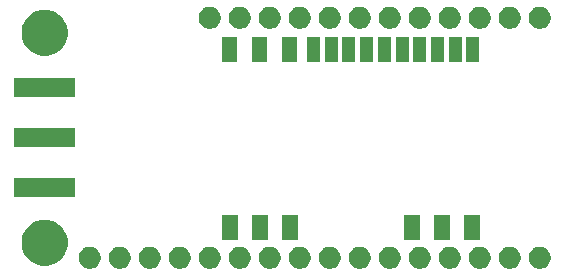
<source format=gts>
G04 #@! TF.GenerationSoftware,KiCad,Pcbnew,(5.1.2-1)-1*
G04 #@! TF.CreationDate,2019-05-16T11:09:26+08:00*
G04 #@! TF.ProjectId,huzzah-cc112x-shield,68757a7a-6168-42d6-9363-313132782d73,1*
G04 #@! TF.SameCoordinates,Original*
G04 #@! TF.FileFunction,Soldermask,Top*
G04 #@! TF.FilePolarity,Negative*
%FSLAX46Y46*%
G04 Gerber Fmt 4.6, Leading zero omitted, Abs format (unit mm)*
G04 Created by KiCad (PCBNEW (5.1.2-1)-1) date 2019-05-16 11:09:26*
%MOMM*%
%LPD*%
G04 APERTURE LIST*
%ADD10C,0.100000*%
G04 APERTURE END LIST*
D10*
G36*
X58059187Y-34021123D02*
G01*
X58230255Y-34091982D01*
X58230257Y-34091983D01*
X58307758Y-34143768D01*
X58384214Y-34194854D01*
X58515146Y-34325786D01*
X58618018Y-34479745D01*
X58688877Y-34650813D01*
X58725000Y-34832417D01*
X58725000Y-35017583D01*
X58688877Y-35199187D01*
X58618018Y-35370255D01*
X58618017Y-35370257D01*
X58515145Y-35524215D01*
X58384215Y-35655145D01*
X58230257Y-35758017D01*
X58230256Y-35758018D01*
X58230255Y-35758018D01*
X58059187Y-35828877D01*
X57877583Y-35865000D01*
X57692417Y-35865000D01*
X57510813Y-35828877D01*
X57339745Y-35758018D01*
X57339744Y-35758018D01*
X57339743Y-35758017D01*
X57185785Y-35655145D01*
X57054855Y-35524215D01*
X56951983Y-35370257D01*
X56951982Y-35370255D01*
X56881123Y-35199187D01*
X56845000Y-35017583D01*
X56845000Y-34832417D01*
X56881123Y-34650813D01*
X56951982Y-34479745D01*
X57054854Y-34325786D01*
X57185786Y-34194854D01*
X57262242Y-34143768D01*
X57339743Y-34091983D01*
X57339745Y-34091982D01*
X57510813Y-34021123D01*
X57692417Y-33985000D01*
X57877583Y-33985000D01*
X58059187Y-34021123D01*
X58059187Y-34021123D01*
G37*
G36*
X55519187Y-34021123D02*
G01*
X55690255Y-34091982D01*
X55690257Y-34091983D01*
X55767758Y-34143768D01*
X55844214Y-34194854D01*
X55975146Y-34325786D01*
X56078018Y-34479745D01*
X56148877Y-34650813D01*
X56185000Y-34832417D01*
X56185000Y-35017583D01*
X56148877Y-35199187D01*
X56078018Y-35370255D01*
X56078017Y-35370257D01*
X55975145Y-35524215D01*
X55844215Y-35655145D01*
X55690257Y-35758017D01*
X55690256Y-35758018D01*
X55690255Y-35758018D01*
X55519187Y-35828877D01*
X55337583Y-35865000D01*
X55152417Y-35865000D01*
X54970813Y-35828877D01*
X54799745Y-35758018D01*
X54799744Y-35758018D01*
X54799743Y-35758017D01*
X54645785Y-35655145D01*
X54514855Y-35524215D01*
X54411983Y-35370257D01*
X54411982Y-35370255D01*
X54341123Y-35199187D01*
X54305000Y-35017583D01*
X54305000Y-34832417D01*
X54341123Y-34650813D01*
X54411982Y-34479745D01*
X54514854Y-34325786D01*
X54645786Y-34194854D01*
X54722242Y-34143768D01*
X54799743Y-34091983D01*
X54799745Y-34091982D01*
X54970813Y-34021123D01*
X55152417Y-33985000D01*
X55337583Y-33985000D01*
X55519187Y-34021123D01*
X55519187Y-34021123D01*
G37*
G36*
X52979187Y-34021123D02*
G01*
X53150255Y-34091982D01*
X53150257Y-34091983D01*
X53227758Y-34143768D01*
X53304214Y-34194854D01*
X53435146Y-34325786D01*
X53538018Y-34479745D01*
X53608877Y-34650813D01*
X53645000Y-34832417D01*
X53645000Y-35017583D01*
X53608877Y-35199187D01*
X53538018Y-35370255D01*
X53538017Y-35370257D01*
X53435145Y-35524215D01*
X53304215Y-35655145D01*
X53150257Y-35758017D01*
X53150256Y-35758018D01*
X53150255Y-35758018D01*
X52979187Y-35828877D01*
X52797583Y-35865000D01*
X52612417Y-35865000D01*
X52430813Y-35828877D01*
X52259745Y-35758018D01*
X52259744Y-35758018D01*
X52259743Y-35758017D01*
X52105785Y-35655145D01*
X51974855Y-35524215D01*
X51871983Y-35370257D01*
X51871982Y-35370255D01*
X51801123Y-35199187D01*
X51765000Y-35017583D01*
X51765000Y-34832417D01*
X51801123Y-34650813D01*
X51871982Y-34479745D01*
X51974854Y-34325786D01*
X52105786Y-34194854D01*
X52182242Y-34143768D01*
X52259743Y-34091983D01*
X52259745Y-34091982D01*
X52430813Y-34021123D01*
X52612417Y-33985000D01*
X52797583Y-33985000D01*
X52979187Y-34021123D01*
X52979187Y-34021123D01*
G37*
G36*
X50439187Y-34021123D02*
G01*
X50610255Y-34091982D01*
X50610257Y-34091983D01*
X50687758Y-34143768D01*
X50764214Y-34194854D01*
X50895146Y-34325786D01*
X50998018Y-34479745D01*
X51068877Y-34650813D01*
X51105000Y-34832417D01*
X51105000Y-35017583D01*
X51068877Y-35199187D01*
X50998018Y-35370255D01*
X50998017Y-35370257D01*
X50895145Y-35524215D01*
X50764215Y-35655145D01*
X50610257Y-35758017D01*
X50610256Y-35758018D01*
X50610255Y-35758018D01*
X50439187Y-35828877D01*
X50257583Y-35865000D01*
X50072417Y-35865000D01*
X49890813Y-35828877D01*
X49719745Y-35758018D01*
X49719744Y-35758018D01*
X49719743Y-35758017D01*
X49565785Y-35655145D01*
X49434855Y-35524215D01*
X49331983Y-35370257D01*
X49331982Y-35370255D01*
X49261123Y-35199187D01*
X49225000Y-35017583D01*
X49225000Y-34832417D01*
X49261123Y-34650813D01*
X49331982Y-34479745D01*
X49434854Y-34325786D01*
X49565786Y-34194854D01*
X49642242Y-34143768D01*
X49719743Y-34091983D01*
X49719745Y-34091982D01*
X49890813Y-34021123D01*
X50072417Y-33985000D01*
X50257583Y-33985000D01*
X50439187Y-34021123D01*
X50439187Y-34021123D01*
G37*
G36*
X47899187Y-34021123D02*
G01*
X48070255Y-34091982D01*
X48070257Y-34091983D01*
X48147758Y-34143768D01*
X48224214Y-34194854D01*
X48355146Y-34325786D01*
X48458018Y-34479745D01*
X48528877Y-34650813D01*
X48565000Y-34832417D01*
X48565000Y-35017583D01*
X48528877Y-35199187D01*
X48458018Y-35370255D01*
X48458017Y-35370257D01*
X48355145Y-35524215D01*
X48224215Y-35655145D01*
X48070257Y-35758017D01*
X48070256Y-35758018D01*
X48070255Y-35758018D01*
X47899187Y-35828877D01*
X47717583Y-35865000D01*
X47532417Y-35865000D01*
X47350813Y-35828877D01*
X47179745Y-35758018D01*
X47179744Y-35758018D01*
X47179743Y-35758017D01*
X47025785Y-35655145D01*
X46894855Y-35524215D01*
X46791983Y-35370257D01*
X46791982Y-35370255D01*
X46721123Y-35199187D01*
X46685000Y-35017583D01*
X46685000Y-34832417D01*
X46721123Y-34650813D01*
X46791982Y-34479745D01*
X46894854Y-34325786D01*
X47025786Y-34194854D01*
X47102242Y-34143768D01*
X47179743Y-34091983D01*
X47179745Y-34091982D01*
X47350813Y-34021123D01*
X47532417Y-33985000D01*
X47717583Y-33985000D01*
X47899187Y-34021123D01*
X47899187Y-34021123D01*
G37*
G36*
X45359187Y-34021123D02*
G01*
X45530255Y-34091982D01*
X45530257Y-34091983D01*
X45607758Y-34143768D01*
X45684214Y-34194854D01*
X45815146Y-34325786D01*
X45918018Y-34479745D01*
X45988877Y-34650813D01*
X46025000Y-34832417D01*
X46025000Y-35017583D01*
X45988877Y-35199187D01*
X45918018Y-35370255D01*
X45918017Y-35370257D01*
X45815145Y-35524215D01*
X45684215Y-35655145D01*
X45530257Y-35758017D01*
X45530256Y-35758018D01*
X45530255Y-35758018D01*
X45359187Y-35828877D01*
X45177583Y-35865000D01*
X44992417Y-35865000D01*
X44810813Y-35828877D01*
X44639745Y-35758018D01*
X44639744Y-35758018D01*
X44639743Y-35758017D01*
X44485785Y-35655145D01*
X44354855Y-35524215D01*
X44251983Y-35370257D01*
X44251982Y-35370255D01*
X44181123Y-35199187D01*
X44145000Y-35017583D01*
X44145000Y-34832417D01*
X44181123Y-34650813D01*
X44251982Y-34479745D01*
X44354854Y-34325786D01*
X44485786Y-34194854D01*
X44562242Y-34143768D01*
X44639743Y-34091983D01*
X44639745Y-34091982D01*
X44810813Y-34021123D01*
X44992417Y-33985000D01*
X45177583Y-33985000D01*
X45359187Y-34021123D01*
X45359187Y-34021123D01*
G37*
G36*
X42819187Y-34021123D02*
G01*
X42990255Y-34091982D01*
X42990257Y-34091983D01*
X43067758Y-34143768D01*
X43144214Y-34194854D01*
X43275146Y-34325786D01*
X43378018Y-34479745D01*
X43448877Y-34650813D01*
X43485000Y-34832417D01*
X43485000Y-35017583D01*
X43448877Y-35199187D01*
X43378018Y-35370255D01*
X43378017Y-35370257D01*
X43275145Y-35524215D01*
X43144215Y-35655145D01*
X42990257Y-35758017D01*
X42990256Y-35758018D01*
X42990255Y-35758018D01*
X42819187Y-35828877D01*
X42637583Y-35865000D01*
X42452417Y-35865000D01*
X42270813Y-35828877D01*
X42099745Y-35758018D01*
X42099744Y-35758018D01*
X42099743Y-35758017D01*
X41945785Y-35655145D01*
X41814855Y-35524215D01*
X41711983Y-35370257D01*
X41711982Y-35370255D01*
X41641123Y-35199187D01*
X41605000Y-35017583D01*
X41605000Y-34832417D01*
X41641123Y-34650813D01*
X41711982Y-34479745D01*
X41814854Y-34325786D01*
X41945786Y-34194854D01*
X42022242Y-34143768D01*
X42099743Y-34091983D01*
X42099745Y-34091982D01*
X42270813Y-34021123D01*
X42452417Y-33985000D01*
X42637583Y-33985000D01*
X42819187Y-34021123D01*
X42819187Y-34021123D01*
G37*
G36*
X40279187Y-34021123D02*
G01*
X40450255Y-34091982D01*
X40450257Y-34091983D01*
X40527758Y-34143768D01*
X40604214Y-34194854D01*
X40735146Y-34325786D01*
X40838018Y-34479745D01*
X40908877Y-34650813D01*
X40945000Y-34832417D01*
X40945000Y-35017583D01*
X40908877Y-35199187D01*
X40838018Y-35370255D01*
X40838017Y-35370257D01*
X40735145Y-35524215D01*
X40604215Y-35655145D01*
X40450257Y-35758017D01*
X40450256Y-35758018D01*
X40450255Y-35758018D01*
X40279187Y-35828877D01*
X40097583Y-35865000D01*
X39912417Y-35865000D01*
X39730813Y-35828877D01*
X39559745Y-35758018D01*
X39559744Y-35758018D01*
X39559743Y-35758017D01*
X39405785Y-35655145D01*
X39274855Y-35524215D01*
X39171983Y-35370257D01*
X39171982Y-35370255D01*
X39101123Y-35199187D01*
X39065000Y-35017583D01*
X39065000Y-34832417D01*
X39101123Y-34650813D01*
X39171982Y-34479745D01*
X39274854Y-34325786D01*
X39405786Y-34194854D01*
X39482242Y-34143768D01*
X39559743Y-34091983D01*
X39559745Y-34091982D01*
X39730813Y-34021123D01*
X39912417Y-33985000D01*
X40097583Y-33985000D01*
X40279187Y-34021123D01*
X40279187Y-34021123D01*
G37*
G36*
X37739187Y-34021123D02*
G01*
X37910255Y-34091982D01*
X37910257Y-34091983D01*
X37987758Y-34143768D01*
X38064214Y-34194854D01*
X38195146Y-34325786D01*
X38298018Y-34479745D01*
X38368877Y-34650813D01*
X38405000Y-34832417D01*
X38405000Y-35017583D01*
X38368877Y-35199187D01*
X38298018Y-35370255D01*
X38298017Y-35370257D01*
X38195145Y-35524215D01*
X38064215Y-35655145D01*
X37910257Y-35758017D01*
X37910256Y-35758018D01*
X37910255Y-35758018D01*
X37739187Y-35828877D01*
X37557583Y-35865000D01*
X37372417Y-35865000D01*
X37190813Y-35828877D01*
X37019745Y-35758018D01*
X37019744Y-35758018D01*
X37019743Y-35758017D01*
X36865785Y-35655145D01*
X36734855Y-35524215D01*
X36631983Y-35370257D01*
X36631982Y-35370255D01*
X36561123Y-35199187D01*
X36525000Y-35017583D01*
X36525000Y-34832417D01*
X36561123Y-34650813D01*
X36631982Y-34479745D01*
X36734854Y-34325786D01*
X36865786Y-34194854D01*
X36942242Y-34143768D01*
X37019743Y-34091983D01*
X37019745Y-34091982D01*
X37190813Y-34021123D01*
X37372417Y-33985000D01*
X37557583Y-33985000D01*
X37739187Y-34021123D01*
X37739187Y-34021123D01*
G37*
G36*
X35199187Y-34021123D02*
G01*
X35370255Y-34091982D01*
X35370257Y-34091983D01*
X35447758Y-34143768D01*
X35524214Y-34194854D01*
X35655146Y-34325786D01*
X35758018Y-34479745D01*
X35828877Y-34650813D01*
X35865000Y-34832417D01*
X35865000Y-35017583D01*
X35828877Y-35199187D01*
X35758018Y-35370255D01*
X35758017Y-35370257D01*
X35655145Y-35524215D01*
X35524215Y-35655145D01*
X35370257Y-35758017D01*
X35370256Y-35758018D01*
X35370255Y-35758018D01*
X35199187Y-35828877D01*
X35017583Y-35865000D01*
X34832417Y-35865000D01*
X34650813Y-35828877D01*
X34479745Y-35758018D01*
X34479744Y-35758018D01*
X34479743Y-35758017D01*
X34325785Y-35655145D01*
X34194855Y-35524215D01*
X34091983Y-35370257D01*
X34091982Y-35370255D01*
X34021123Y-35199187D01*
X33985000Y-35017583D01*
X33985000Y-34832417D01*
X34021123Y-34650813D01*
X34091982Y-34479745D01*
X34194854Y-34325786D01*
X34325786Y-34194854D01*
X34402242Y-34143768D01*
X34479743Y-34091983D01*
X34479745Y-34091982D01*
X34650813Y-34021123D01*
X34832417Y-33985000D01*
X35017583Y-33985000D01*
X35199187Y-34021123D01*
X35199187Y-34021123D01*
G37*
G36*
X32659187Y-34021123D02*
G01*
X32830255Y-34091982D01*
X32830257Y-34091983D01*
X32907758Y-34143768D01*
X32984214Y-34194854D01*
X33115146Y-34325786D01*
X33218018Y-34479745D01*
X33288877Y-34650813D01*
X33325000Y-34832417D01*
X33325000Y-35017583D01*
X33288877Y-35199187D01*
X33218018Y-35370255D01*
X33218017Y-35370257D01*
X33115145Y-35524215D01*
X32984215Y-35655145D01*
X32830257Y-35758017D01*
X32830256Y-35758018D01*
X32830255Y-35758018D01*
X32659187Y-35828877D01*
X32477583Y-35865000D01*
X32292417Y-35865000D01*
X32110813Y-35828877D01*
X31939745Y-35758018D01*
X31939744Y-35758018D01*
X31939743Y-35758017D01*
X31785785Y-35655145D01*
X31654855Y-35524215D01*
X31551983Y-35370257D01*
X31551982Y-35370255D01*
X31481123Y-35199187D01*
X31445000Y-35017583D01*
X31445000Y-34832417D01*
X31481123Y-34650813D01*
X31551982Y-34479745D01*
X31654854Y-34325786D01*
X31785786Y-34194854D01*
X31862242Y-34143768D01*
X31939743Y-34091983D01*
X31939745Y-34091982D01*
X32110813Y-34021123D01*
X32292417Y-33985000D01*
X32477583Y-33985000D01*
X32659187Y-34021123D01*
X32659187Y-34021123D01*
G37*
G36*
X30119187Y-34021123D02*
G01*
X30290255Y-34091982D01*
X30290257Y-34091983D01*
X30367758Y-34143768D01*
X30444214Y-34194854D01*
X30575146Y-34325786D01*
X30678018Y-34479745D01*
X30748877Y-34650813D01*
X30785000Y-34832417D01*
X30785000Y-35017583D01*
X30748877Y-35199187D01*
X30678018Y-35370255D01*
X30678017Y-35370257D01*
X30575145Y-35524215D01*
X30444215Y-35655145D01*
X30290257Y-35758017D01*
X30290256Y-35758018D01*
X30290255Y-35758018D01*
X30119187Y-35828877D01*
X29937583Y-35865000D01*
X29752417Y-35865000D01*
X29570813Y-35828877D01*
X29399745Y-35758018D01*
X29399744Y-35758018D01*
X29399743Y-35758017D01*
X29245785Y-35655145D01*
X29114855Y-35524215D01*
X29011983Y-35370257D01*
X29011982Y-35370255D01*
X28941123Y-35199187D01*
X28905000Y-35017583D01*
X28905000Y-34832417D01*
X28941123Y-34650813D01*
X29011982Y-34479745D01*
X29114854Y-34325786D01*
X29245786Y-34194854D01*
X29322242Y-34143768D01*
X29399743Y-34091983D01*
X29399745Y-34091982D01*
X29570813Y-34021123D01*
X29752417Y-33985000D01*
X29937583Y-33985000D01*
X30119187Y-34021123D01*
X30119187Y-34021123D01*
G37*
G36*
X27579187Y-34021123D02*
G01*
X27750255Y-34091982D01*
X27750257Y-34091983D01*
X27827758Y-34143768D01*
X27904214Y-34194854D01*
X28035146Y-34325786D01*
X28138018Y-34479745D01*
X28208877Y-34650813D01*
X28245000Y-34832417D01*
X28245000Y-35017583D01*
X28208877Y-35199187D01*
X28138018Y-35370255D01*
X28138017Y-35370257D01*
X28035145Y-35524215D01*
X27904215Y-35655145D01*
X27750257Y-35758017D01*
X27750256Y-35758018D01*
X27750255Y-35758018D01*
X27579187Y-35828877D01*
X27397583Y-35865000D01*
X27212417Y-35865000D01*
X27030813Y-35828877D01*
X26859745Y-35758018D01*
X26859744Y-35758018D01*
X26859743Y-35758017D01*
X26705785Y-35655145D01*
X26574855Y-35524215D01*
X26471983Y-35370257D01*
X26471982Y-35370255D01*
X26401123Y-35199187D01*
X26365000Y-35017583D01*
X26365000Y-34832417D01*
X26401123Y-34650813D01*
X26471982Y-34479745D01*
X26574854Y-34325786D01*
X26705786Y-34194854D01*
X26782242Y-34143768D01*
X26859743Y-34091983D01*
X26859745Y-34091982D01*
X27030813Y-34021123D01*
X27212417Y-33985000D01*
X27397583Y-33985000D01*
X27579187Y-34021123D01*
X27579187Y-34021123D01*
G37*
G36*
X25039187Y-34021123D02*
G01*
X25210255Y-34091982D01*
X25210257Y-34091983D01*
X25287758Y-34143768D01*
X25364214Y-34194854D01*
X25495146Y-34325786D01*
X25598018Y-34479745D01*
X25668877Y-34650813D01*
X25705000Y-34832417D01*
X25705000Y-35017583D01*
X25668877Y-35199187D01*
X25598018Y-35370255D01*
X25598017Y-35370257D01*
X25495145Y-35524215D01*
X25364215Y-35655145D01*
X25210257Y-35758017D01*
X25210256Y-35758018D01*
X25210255Y-35758018D01*
X25039187Y-35828877D01*
X24857583Y-35865000D01*
X24672417Y-35865000D01*
X24490813Y-35828877D01*
X24319745Y-35758018D01*
X24319744Y-35758018D01*
X24319743Y-35758017D01*
X24165785Y-35655145D01*
X24034855Y-35524215D01*
X23931983Y-35370257D01*
X23931982Y-35370255D01*
X23861123Y-35199187D01*
X23825000Y-35017583D01*
X23825000Y-34832417D01*
X23861123Y-34650813D01*
X23931982Y-34479745D01*
X24034854Y-34325786D01*
X24165786Y-34194854D01*
X24242242Y-34143768D01*
X24319743Y-34091983D01*
X24319745Y-34091982D01*
X24490813Y-34021123D01*
X24672417Y-33985000D01*
X24857583Y-33985000D01*
X25039187Y-34021123D01*
X25039187Y-34021123D01*
G37*
G36*
X22499187Y-34021123D02*
G01*
X22670255Y-34091982D01*
X22670257Y-34091983D01*
X22747758Y-34143768D01*
X22824214Y-34194854D01*
X22955146Y-34325786D01*
X23058018Y-34479745D01*
X23128877Y-34650813D01*
X23165000Y-34832417D01*
X23165000Y-35017583D01*
X23128877Y-35199187D01*
X23058018Y-35370255D01*
X23058017Y-35370257D01*
X22955145Y-35524215D01*
X22824215Y-35655145D01*
X22670257Y-35758017D01*
X22670256Y-35758018D01*
X22670255Y-35758018D01*
X22499187Y-35828877D01*
X22317583Y-35865000D01*
X22132417Y-35865000D01*
X21950813Y-35828877D01*
X21779745Y-35758018D01*
X21779744Y-35758018D01*
X21779743Y-35758017D01*
X21625785Y-35655145D01*
X21494855Y-35524215D01*
X21391983Y-35370257D01*
X21391982Y-35370255D01*
X21321123Y-35199187D01*
X21285000Y-35017583D01*
X21285000Y-34832417D01*
X21321123Y-34650813D01*
X21391982Y-34479745D01*
X21494854Y-34325786D01*
X21625786Y-34194854D01*
X21702242Y-34143768D01*
X21779743Y-34091983D01*
X21779745Y-34091982D01*
X21950813Y-34021123D01*
X22132417Y-33985000D01*
X22317583Y-33985000D01*
X22499187Y-34021123D01*
X22499187Y-34021123D01*
G37*
G36*
X19959187Y-34021123D02*
G01*
X20130255Y-34091982D01*
X20130257Y-34091983D01*
X20207758Y-34143768D01*
X20284214Y-34194854D01*
X20415146Y-34325786D01*
X20518018Y-34479745D01*
X20588877Y-34650813D01*
X20625000Y-34832417D01*
X20625000Y-35017583D01*
X20588877Y-35199187D01*
X20518018Y-35370255D01*
X20518017Y-35370257D01*
X20415145Y-35524215D01*
X20284215Y-35655145D01*
X20130257Y-35758017D01*
X20130256Y-35758018D01*
X20130255Y-35758018D01*
X19959187Y-35828877D01*
X19777583Y-35865000D01*
X19592417Y-35865000D01*
X19410813Y-35828877D01*
X19239745Y-35758018D01*
X19239744Y-35758018D01*
X19239743Y-35758017D01*
X19085785Y-35655145D01*
X18954855Y-35524215D01*
X18851983Y-35370257D01*
X18851982Y-35370255D01*
X18781123Y-35199187D01*
X18745000Y-35017583D01*
X18745000Y-34832417D01*
X18781123Y-34650813D01*
X18851982Y-34479745D01*
X18954854Y-34325786D01*
X19085786Y-34194854D01*
X19162242Y-34143768D01*
X19239743Y-34091983D01*
X19239745Y-34091982D01*
X19410813Y-34021123D01*
X19592417Y-33985000D01*
X19777583Y-33985000D01*
X19959187Y-34021123D01*
X19959187Y-34021123D01*
G37*
G36*
X16319579Y-31749112D02*
G01*
X16445544Y-31774168D01*
X16592991Y-31835243D01*
X16801512Y-31921615D01*
X16801513Y-31921616D01*
X17121877Y-32135676D01*
X17394324Y-32408123D01*
X17537355Y-32622184D01*
X17608385Y-32728488D01*
X17755832Y-33084457D01*
X17825759Y-33436000D01*
X17831000Y-33462351D01*
X17831000Y-33847649D01*
X17755832Y-34225544D01*
X17714310Y-34325786D01*
X17608385Y-34581512D01*
X17608384Y-34581513D01*
X17394324Y-34901877D01*
X17121877Y-35174324D01*
X17084665Y-35199188D01*
X16801512Y-35388385D01*
X16592991Y-35474757D01*
X16445544Y-35535832D01*
X16319579Y-35560888D01*
X16067651Y-35611000D01*
X15682349Y-35611000D01*
X15430421Y-35560888D01*
X15304456Y-35535832D01*
X15157009Y-35474757D01*
X14948488Y-35388385D01*
X14665335Y-35199188D01*
X14628123Y-35174324D01*
X14355676Y-34901877D01*
X14141616Y-34581513D01*
X14141615Y-34581512D01*
X14035690Y-34325786D01*
X13994168Y-34225544D01*
X13919000Y-33847649D01*
X13919000Y-33462351D01*
X13924242Y-33436000D01*
X13994168Y-33084457D01*
X14141615Y-32728488D01*
X14212645Y-32622184D01*
X14355676Y-32408123D01*
X14628123Y-32135676D01*
X14948487Y-31921616D01*
X14948488Y-31921615D01*
X15157009Y-31835243D01*
X15304456Y-31774168D01*
X15430421Y-31749112D01*
X15682349Y-31699000D01*
X16067651Y-31699000D01*
X16319579Y-31749112D01*
X16319579Y-31749112D01*
G37*
G36*
X32221000Y-33436000D02*
G01*
X30919000Y-33436000D01*
X30919000Y-31334000D01*
X32221000Y-31334000D01*
X32221000Y-33436000D01*
X32221000Y-33436000D01*
G37*
G36*
X34761000Y-33436000D02*
G01*
X33459000Y-33436000D01*
X33459000Y-31334000D01*
X34761000Y-31334000D01*
X34761000Y-33436000D01*
X34761000Y-33436000D01*
G37*
G36*
X37301000Y-33436000D02*
G01*
X35999000Y-33436000D01*
X35999000Y-31334000D01*
X37301000Y-31334000D01*
X37301000Y-33436000D01*
X37301000Y-33436000D01*
G37*
G36*
X47641000Y-33436000D02*
G01*
X46339000Y-33436000D01*
X46339000Y-31334000D01*
X47641000Y-31334000D01*
X47641000Y-33436000D01*
X47641000Y-33436000D01*
G37*
G36*
X50181000Y-33436000D02*
G01*
X48879000Y-33436000D01*
X48879000Y-31334000D01*
X50181000Y-31334000D01*
X50181000Y-33436000D01*
X50181000Y-33436000D01*
G37*
G36*
X52721000Y-33436000D02*
G01*
X51419000Y-33436000D01*
X51419000Y-31334000D01*
X52721000Y-31334000D01*
X52721000Y-33436000D01*
X52721000Y-33436000D01*
G37*
G36*
X18466000Y-29816000D02*
G01*
X13284000Y-29816000D01*
X13284000Y-28214000D01*
X18466000Y-28214000D01*
X18466000Y-29816000D01*
X18466000Y-29816000D01*
G37*
G36*
X18466000Y-25566000D02*
G01*
X13284000Y-25566000D01*
X13284000Y-23964000D01*
X18466000Y-23964000D01*
X18466000Y-25566000D01*
X18466000Y-25566000D01*
G37*
G36*
X18466000Y-21316000D02*
G01*
X13284000Y-21316000D01*
X13284000Y-19714000D01*
X18466000Y-19714000D01*
X18466000Y-21316000D01*
X18466000Y-21316000D01*
G37*
G36*
X40691000Y-18376000D02*
G01*
X39589000Y-18376000D01*
X39589000Y-16274000D01*
X40691000Y-16274000D01*
X40691000Y-18376000D01*
X40691000Y-18376000D01*
G37*
G36*
X43691000Y-18376000D02*
G01*
X42589000Y-18376000D01*
X42589000Y-16274000D01*
X43691000Y-16274000D01*
X43691000Y-18376000D01*
X43691000Y-18376000D01*
G37*
G36*
X37271000Y-18376000D02*
G01*
X35969000Y-18376000D01*
X35969000Y-16274000D01*
X37271000Y-16274000D01*
X37271000Y-18376000D01*
X37271000Y-18376000D01*
G37*
G36*
X42191000Y-18376000D02*
G01*
X41089000Y-18376000D01*
X41089000Y-16274000D01*
X42191000Y-16274000D01*
X42191000Y-18376000D01*
X42191000Y-18376000D01*
G37*
G36*
X34731000Y-18376000D02*
G01*
X33429000Y-18376000D01*
X33429000Y-16274000D01*
X34731000Y-16274000D01*
X34731000Y-18376000D01*
X34731000Y-18376000D01*
G37*
G36*
X32191000Y-18376000D02*
G01*
X30889000Y-18376000D01*
X30889000Y-16274000D01*
X32191000Y-16274000D01*
X32191000Y-18376000D01*
X32191000Y-18376000D01*
G37*
G36*
X39191000Y-18376000D02*
G01*
X38089000Y-18376000D01*
X38089000Y-16274000D01*
X39191000Y-16274000D01*
X39191000Y-18376000D01*
X39191000Y-18376000D01*
G37*
G36*
X45191000Y-18376000D02*
G01*
X44089000Y-18376000D01*
X44089000Y-16274000D01*
X45191000Y-16274000D01*
X45191000Y-18376000D01*
X45191000Y-18376000D01*
G37*
G36*
X46691000Y-18376000D02*
G01*
X45589000Y-18376000D01*
X45589000Y-16274000D01*
X46691000Y-16274000D01*
X46691000Y-18376000D01*
X46691000Y-18376000D01*
G37*
G36*
X48191000Y-18376000D02*
G01*
X47089000Y-18376000D01*
X47089000Y-16274000D01*
X48191000Y-16274000D01*
X48191000Y-18376000D01*
X48191000Y-18376000D01*
G37*
G36*
X49691000Y-18376000D02*
G01*
X48589000Y-18376000D01*
X48589000Y-16274000D01*
X49691000Y-16274000D01*
X49691000Y-18376000D01*
X49691000Y-18376000D01*
G37*
G36*
X51191000Y-18376000D02*
G01*
X50089000Y-18376000D01*
X50089000Y-16274000D01*
X51191000Y-16274000D01*
X51191000Y-18376000D01*
X51191000Y-18376000D01*
G37*
G36*
X52691000Y-18376000D02*
G01*
X51589000Y-18376000D01*
X51589000Y-16274000D01*
X52691000Y-16274000D01*
X52691000Y-18376000D01*
X52691000Y-18376000D01*
G37*
G36*
X16319579Y-13969112D02*
G01*
X16445544Y-13994168D01*
X16592991Y-14055243D01*
X16801512Y-14141615D01*
X16801513Y-14141616D01*
X17121877Y-14355676D01*
X17394324Y-14628123D01*
X17537355Y-14842184D01*
X17608385Y-14948488D01*
X17650538Y-15050255D01*
X17755832Y-15304456D01*
X17780888Y-15430421D01*
X17831000Y-15682349D01*
X17831000Y-16067651D01*
X17755832Y-16445543D01*
X17608385Y-16801512D01*
X17608384Y-16801513D01*
X17394324Y-17121877D01*
X17121877Y-17394324D01*
X16907816Y-17537355D01*
X16801512Y-17608385D01*
X16592991Y-17694757D01*
X16445544Y-17755832D01*
X16319579Y-17780888D01*
X16067651Y-17831000D01*
X15682349Y-17831000D01*
X15430421Y-17780888D01*
X15304456Y-17755832D01*
X15157009Y-17694757D01*
X14948488Y-17608385D01*
X14842184Y-17537355D01*
X14628123Y-17394324D01*
X14355676Y-17121877D01*
X14141616Y-16801513D01*
X14141615Y-16801512D01*
X13994168Y-16445543D01*
X13919000Y-16067651D01*
X13919000Y-15682349D01*
X13969112Y-15430421D01*
X13994168Y-15304456D01*
X14099462Y-15050255D01*
X14141615Y-14948488D01*
X14212645Y-14842184D01*
X14355676Y-14628123D01*
X14628123Y-14355676D01*
X14948487Y-14141616D01*
X14948488Y-14141615D01*
X15157009Y-14055243D01*
X15304456Y-13994168D01*
X15430421Y-13969112D01*
X15682349Y-13919000D01*
X16067651Y-13919000D01*
X16319579Y-13969112D01*
X16319579Y-13969112D01*
G37*
G36*
X45359187Y-13701123D02*
G01*
X45530255Y-13771982D01*
X45530257Y-13771983D01*
X45607758Y-13823768D01*
X45684214Y-13874854D01*
X45815146Y-14005786D01*
X45918018Y-14159745D01*
X45988877Y-14330813D01*
X46025000Y-14512417D01*
X46025000Y-14697583D01*
X45988877Y-14879187D01*
X45960171Y-14948488D01*
X45918017Y-15050257D01*
X45815145Y-15204215D01*
X45684215Y-15335145D01*
X45530257Y-15438017D01*
X45530256Y-15438018D01*
X45530255Y-15438018D01*
X45359187Y-15508877D01*
X45177583Y-15545000D01*
X44992417Y-15545000D01*
X44810813Y-15508877D01*
X44639745Y-15438018D01*
X44639744Y-15438018D01*
X44639743Y-15438017D01*
X44485785Y-15335145D01*
X44354855Y-15204215D01*
X44251983Y-15050257D01*
X44209829Y-14948488D01*
X44181123Y-14879187D01*
X44145000Y-14697583D01*
X44145000Y-14512417D01*
X44181123Y-14330813D01*
X44251982Y-14159745D01*
X44354854Y-14005786D01*
X44485786Y-13874854D01*
X44562242Y-13823768D01*
X44639743Y-13771983D01*
X44639745Y-13771982D01*
X44810813Y-13701123D01*
X44992417Y-13665000D01*
X45177583Y-13665000D01*
X45359187Y-13701123D01*
X45359187Y-13701123D01*
G37*
G36*
X47899187Y-13701123D02*
G01*
X48070255Y-13771982D01*
X48070257Y-13771983D01*
X48147758Y-13823768D01*
X48224214Y-13874854D01*
X48355146Y-14005786D01*
X48458018Y-14159745D01*
X48528877Y-14330813D01*
X48565000Y-14512417D01*
X48565000Y-14697583D01*
X48528877Y-14879187D01*
X48500171Y-14948488D01*
X48458017Y-15050257D01*
X48355145Y-15204215D01*
X48224215Y-15335145D01*
X48070257Y-15438017D01*
X48070256Y-15438018D01*
X48070255Y-15438018D01*
X47899187Y-15508877D01*
X47717583Y-15545000D01*
X47532417Y-15545000D01*
X47350813Y-15508877D01*
X47179745Y-15438018D01*
X47179744Y-15438018D01*
X47179743Y-15438017D01*
X47025785Y-15335145D01*
X46894855Y-15204215D01*
X46791983Y-15050257D01*
X46749829Y-14948488D01*
X46721123Y-14879187D01*
X46685000Y-14697583D01*
X46685000Y-14512417D01*
X46721123Y-14330813D01*
X46791982Y-14159745D01*
X46894854Y-14005786D01*
X47025786Y-13874854D01*
X47102242Y-13823768D01*
X47179743Y-13771983D01*
X47179745Y-13771982D01*
X47350813Y-13701123D01*
X47532417Y-13665000D01*
X47717583Y-13665000D01*
X47899187Y-13701123D01*
X47899187Y-13701123D01*
G37*
G36*
X50439187Y-13701123D02*
G01*
X50610255Y-13771982D01*
X50610257Y-13771983D01*
X50687758Y-13823768D01*
X50764214Y-13874854D01*
X50895146Y-14005786D01*
X50998018Y-14159745D01*
X51068877Y-14330813D01*
X51105000Y-14512417D01*
X51105000Y-14697583D01*
X51068877Y-14879187D01*
X51040171Y-14948488D01*
X50998017Y-15050257D01*
X50895145Y-15204215D01*
X50764215Y-15335145D01*
X50610257Y-15438017D01*
X50610256Y-15438018D01*
X50610255Y-15438018D01*
X50439187Y-15508877D01*
X50257583Y-15545000D01*
X50072417Y-15545000D01*
X49890813Y-15508877D01*
X49719745Y-15438018D01*
X49719744Y-15438018D01*
X49719743Y-15438017D01*
X49565785Y-15335145D01*
X49434855Y-15204215D01*
X49331983Y-15050257D01*
X49289829Y-14948488D01*
X49261123Y-14879187D01*
X49225000Y-14697583D01*
X49225000Y-14512417D01*
X49261123Y-14330813D01*
X49331982Y-14159745D01*
X49434854Y-14005786D01*
X49565786Y-13874854D01*
X49642242Y-13823768D01*
X49719743Y-13771983D01*
X49719745Y-13771982D01*
X49890813Y-13701123D01*
X50072417Y-13665000D01*
X50257583Y-13665000D01*
X50439187Y-13701123D01*
X50439187Y-13701123D01*
G37*
G36*
X52979187Y-13701123D02*
G01*
X53150255Y-13771982D01*
X53150257Y-13771983D01*
X53227758Y-13823768D01*
X53304214Y-13874854D01*
X53435146Y-14005786D01*
X53538018Y-14159745D01*
X53608877Y-14330813D01*
X53645000Y-14512417D01*
X53645000Y-14697583D01*
X53608877Y-14879187D01*
X53580171Y-14948488D01*
X53538017Y-15050257D01*
X53435145Y-15204215D01*
X53304215Y-15335145D01*
X53150257Y-15438017D01*
X53150256Y-15438018D01*
X53150255Y-15438018D01*
X52979187Y-15508877D01*
X52797583Y-15545000D01*
X52612417Y-15545000D01*
X52430813Y-15508877D01*
X52259745Y-15438018D01*
X52259744Y-15438018D01*
X52259743Y-15438017D01*
X52105785Y-15335145D01*
X51974855Y-15204215D01*
X51871983Y-15050257D01*
X51829829Y-14948488D01*
X51801123Y-14879187D01*
X51765000Y-14697583D01*
X51765000Y-14512417D01*
X51801123Y-14330813D01*
X51871982Y-14159745D01*
X51974854Y-14005786D01*
X52105786Y-13874854D01*
X52182242Y-13823768D01*
X52259743Y-13771983D01*
X52259745Y-13771982D01*
X52430813Y-13701123D01*
X52612417Y-13665000D01*
X52797583Y-13665000D01*
X52979187Y-13701123D01*
X52979187Y-13701123D01*
G37*
G36*
X55519187Y-13701123D02*
G01*
X55690255Y-13771982D01*
X55690257Y-13771983D01*
X55767758Y-13823768D01*
X55844214Y-13874854D01*
X55975146Y-14005786D01*
X56078018Y-14159745D01*
X56148877Y-14330813D01*
X56185000Y-14512417D01*
X56185000Y-14697583D01*
X56148877Y-14879187D01*
X56120171Y-14948488D01*
X56078017Y-15050257D01*
X55975145Y-15204215D01*
X55844215Y-15335145D01*
X55690257Y-15438017D01*
X55690256Y-15438018D01*
X55690255Y-15438018D01*
X55519187Y-15508877D01*
X55337583Y-15545000D01*
X55152417Y-15545000D01*
X54970813Y-15508877D01*
X54799745Y-15438018D01*
X54799744Y-15438018D01*
X54799743Y-15438017D01*
X54645785Y-15335145D01*
X54514855Y-15204215D01*
X54411983Y-15050257D01*
X54369829Y-14948488D01*
X54341123Y-14879187D01*
X54305000Y-14697583D01*
X54305000Y-14512417D01*
X54341123Y-14330813D01*
X54411982Y-14159745D01*
X54514854Y-14005786D01*
X54645786Y-13874854D01*
X54722242Y-13823768D01*
X54799743Y-13771983D01*
X54799745Y-13771982D01*
X54970813Y-13701123D01*
X55152417Y-13665000D01*
X55337583Y-13665000D01*
X55519187Y-13701123D01*
X55519187Y-13701123D01*
G37*
G36*
X42819187Y-13701123D02*
G01*
X42990255Y-13771982D01*
X42990257Y-13771983D01*
X43067758Y-13823768D01*
X43144214Y-13874854D01*
X43275146Y-14005786D01*
X43378018Y-14159745D01*
X43448877Y-14330813D01*
X43485000Y-14512417D01*
X43485000Y-14697583D01*
X43448877Y-14879187D01*
X43420171Y-14948488D01*
X43378017Y-15050257D01*
X43275145Y-15204215D01*
X43144215Y-15335145D01*
X42990257Y-15438017D01*
X42990256Y-15438018D01*
X42990255Y-15438018D01*
X42819187Y-15508877D01*
X42637583Y-15545000D01*
X42452417Y-15545000D01*
X42270813Y-15508877D01*
X42099745Y-15438018D01*
X42099744Y-15438018D01*
X42099743Y-15438017D01*
X41945785Y-15335145D01*
X41814855Y-15204215D01*
X41711983Y-15050257D01*
X41669829Y-14948488D01*
X41641123Y-14879187D01*
X41605000Y-14697583D01*
X41605000Y-14512417D01*
X41641123Y-14330813D01*
X41711982Y-14159745D01*
X41814854Y-14005786D01*
X41945786Y-13874854D01*
X42022242Y-13823768D01*
X42099743Y-13771983D01*
X42099745Y-13771982D01*
X42270813Y-13701123D01*
X42452417Y-13665000D01*
X42637583Y-13665000D01*
X42819187Y-13701123D01*
X42819187Y-13701123D01*
G37*
G36*
X30119187Y-13701123D02*
G01*
X30290255Y-13771982D01*
X30290257Y-13771983D01*
X30367758Y-13823768D01*
X30444214Y-13874854D01*
X30575146Y-14005786D01*
X30678018Y-14159745D01*
X30748877Y-14330813D01*
X30785000Y-14512417D01*
X30785000Y-14697583D01*
X30748877Y-14879187D01*
X30720171Y-14948488D01*
X30678017Y-15050257D01*
X30575145Y-15204215D01*
X30444215Y-15335145D01*
X30290257Y-15438017D01*
X30290256Y-15438018D01*
X30290255Y-15438018D01*
X30119187Y-15508877D01*
X29937583Y-15545000D01*
X29752417Y-15545000D01*
X29570813Y-15508877D01*
X29399745Y-15438018D01*
X29399744Y-15438018D01*
X29399743Y-15438017D01*
X29245785Y-15335145D01*
X29114855Y-15204215D01*
X29011983Y-15050257D01*
X28969829Y-14948488D01*
X28941123Y-14879187D01*
X28905000Y-14697583D01*
X28905000Y-14512417D01*
X28941123Y-14330813D01*
X29011982Y-14159745D01*
X29114854Y-14005786D01*
X29245786Y-13874854D01*
X29322242Y-13823768D01*
X29399743Y-13771983D01*
X29399745Y-13771982D01*
X29570813Y-13701123D01*
X29752417Y-13665000D01*
X29937583Y-13665000D01*
X30119187Y-13701123D01*
X30119187Y-13701123D01*
G37*
G36*
X37739187Y-13701123D02*
G01*
X37910255Y-13771982D01*
X37910257Y-13771983D01*
X37987758Y-13823768D01*
X38064214Y-13874854D01*
X38195146Y-14005786D01*
X38298018Y-14159745D01*
X38368877Y-14330813D01*
X38405000Y-14512417D01*
X38405000Y-14697583D01*
X38368877Y-14879187D01*
X38340171Y-14948488D01*
X38298017Y-15050257D01*
X38195145Y-15204215D01*
X38064215Y-15335145D01*
X37910257Y-15438017D01*
X37910256Y-15438018D01*
X37910255Y-15438018D01*
X37739187Y-15508877D01*
X37557583Y-15545000D01*
X37372417Y-15545000D01*
X37190813Y-15508877D01*
X37019745Y-15438018D01*
X37019744Y-15438018D01*
X37019743Y-15438017D01*
X36865785Y-15335145D01*
X36734855Y-15204215D01*
X36631983Y-15050257D01*
X36589829Y-14948488D01*
X36561123Y-14879187D01*
X36525000Y-14697583D01*
X36525000Y-14512417D01*
X36561123Y-14330813D01*
X36631982Y-14159745D01*
X36734854Y-14005786D01*
X36865786Y-13874854D01*
X36942242Y-13823768D01*
X37019743Y-13771983D01*
X37019745Y-13771982D01*
X37190813Y-13701123D01*
X37372417Y-13665000D01*
X37557583Y-13665000D01*
X37739187Y-13701123D01*
X37739187Y-13701123D01*
G37*
G36*
X35199187Y-13701123D02*
G01*
X35370255Y-13771982D01*
X35370257Y-13771983D01*
X35447758Y-13823768D01*
X35524214Y-13874854D01*
X35655146Y-14005786D01*
X35758018Y-14159745D01*
X35828877Y-14330813D01*
X35865000Y-14512417D01*
X35865000Y-14697583D01*
X35828877Y-14879187D01*
X35800171Y-14948488D01*
X35758017Y-15050257D01*
X35655145Y-15204215D01*
X35524215Y-15335145D01*
X35370257Y-15438017D01*
X35370256Y-15438018D01*
X35370255Y-15438018D01*
X35199187Y-15508877D01*
X35017583Y-15545000D01*
X34832417Y-15545000D01*
X34650813Y-15508877D01*
X34479745Y-15438018D01*
X34479744Y-15438018D01*
X34479743Y-15438017D01*
X34325785Y-15335145D01*
X34194855Y-15204215D01*
X34091983Y-15050257D01*
X34049829Y-14948488D01*
X34021123Y-14879187D01*
X33985000Y-14697583D01*
X33985000Y-14512417D01*
X34021123Y-14330813D01*
X34091982Y-14159745D01*
X34194854Y-14005786D01*
X34325786Y-13874854D01*
X34402242Y-13823768D01*
X34479743Y-13771983D01*
X34479745Y-13771982D01*
X34650813Y-13701123D01*
X34832417Y-13665000D01*
X35017583Y-13665000D01*
X35199187Y-13701123D01*
X35199187Y-13701123D01*
G37*
G36*
X58059187Y-13701123D02*
G01*
X58230255Y-13771982D01*
X58230257Y-13771983D01*
X58307758Y-13823768D01*
X58384214Y-13874854D01*
X58515146Y-14005786D01*
X58618018Y-14159745D01*
X58688877Y-14330813D01*
X58725000Y-14512417D01*
X58725000Y-14697583D01*
X58688877Y-14879187D01*
X58660171Y-14948488D01*
X58618017Y-15050257D01*
X58515145Y-15204215D01*
X58384215Y-15335145D01*
X58230257Y-15438017D01*
X58230256Y-15438018D01*
X58230255Y-15438018D01*
X58059187Y-15508877D01*
X57877583Y-15545000D01*
X57692417Y-15545000D01*
X57510813Y-15508877D01*
X57339745Y-15438018D01*
X57339744Y-15438018D01*
X57339743Y-15438017D01*
X57185785Y-15335145D01*
X57054855Y-15204215D01*
X56951983Y-15050257D01*
X56909829Y-14948488D01*
X56881123Y-14879187D01*
X56845000Y-14697583D01*
X56845000Y-14512417D01*
X56881123Y-14330813D01*
X56951982Y-14159745D01*
X57054854Y-14005786D01*
X57185786Y-13874854D01*
X57262242Y-13823768D01*
X57339743Y-13771983D01*
X57339745Y-13771982D01*
X57510813Y-13701123D01*
X57692417Y-13665000D01*
X57877583Y-13665000D01*
X58059187Y-13701123D01*
X58059187Y-13701123D01*
G37*
G36*
X40279187Y-13701123D02*
G01*
X40450255Y-13771982D01*
X40450257Y-13771983D01*
X40527758Y-13823768D01*
X40604214Y-13874854D01*
X40735146Y-14005786D01*
X40838018Y-14159745D01*
X40908877Y-14330813D01*
X40945000Y-14512417D01*
X40945000Y-14697583D01*
X40908877Y-14879187D01*
X40880171Y-14948488D01*
X40838017Y-15050257D01*
X40735145Y-15204215D01*
X40604215Y-15335145D01*
X40450257Y-15438017D01*
X40450256Y-15438018D01*
X40450255Y-15438018D01*
X40279187Y-15508877D01*
X40097583Y-15545000D01*
X39912417Y-15545000D01*
X39730813Y-15508877D01*
X39559745Y-15438018D01*
X39559744Y-15438018D01*
X39559743Y-15438017D01*
X39405785Y-15335145D01*
X39274855Y-15204215D01*
X39171983Y-15050257D01*
X39129829Y-14948488D01*
X39101123Y-14879187D01*
X39065000Y-14697583D01*
X39065000Y-14512417D01*
X39101123Y-14330813D01*
X39171982Y-14159745D01*
X39274854Y-14005786D01*
X39405786Y-13874854D01*
X39482242Y-13823768D01*
X39559743Y-13771983D01*
X39559745Y-13771982D01*
X39730813Y-13701123D01*
X39912417Y-13665000D01*
X40097583Y-13665000D01*
X40279187Y-13701123D01*
X40279187Y-13701123D01*
G37*
G36*
X32659187Y-13701123D02*
G01*
X32830255Y-13771982D01*
X32830257Y-13771983D01*
X32907758Y-13823768D01*
X32984214Y-13874854D01*
X33115146Y-14005786D01*
X33218018Y-14159745D01*
X33288877Y-14330813D01*
X33325000Y-14512417D01*
X33325000Y-14697583D01*
X33288877Y-14879187D01*
X33260171Y-14948488D01*
X33218017Y-15050257D01*
X33115145Y-15204215D01*
X32984215Y-15335145D01*
X32830257Y-15438017D01*
X32830256Y-15438018D01*
X32830255Y-15438018D01*
X32659187Y-15508877D01*
X32477583Y-15545000D01*
X32292417Y-15545000D01*
X32110813Y-15508877D01*
X31939745Y-15438018D01*
X31939744Y-15438018D01*
X31939743Y-15438017D01*
X31785785Y-15335145D01*
X31654855Y-15204215D01*
X31551983Y-15050257D01*
X31509829Y-14948488D01*
X31481123Y-14879187D01*
X31445000Y-14697583D01*
X31445000Y-14512417D01*
X31481123Y-14330813D01*
X31551982Y-14159745D01*
X31654854Y-14005786D01*
X31785786Y-13874854D01*
X31862242Y-13823768D01*
X31939743Y-13771983D01*
X31939745Y-13771982D01*
X32110813Y-13701123D01*
X32292417Y-13665000D01*
X32477583Y-13665000D01*
X32659187Y-13701123D01*
X32659187Y-13701123D01*
G37*
M02*

</source>
